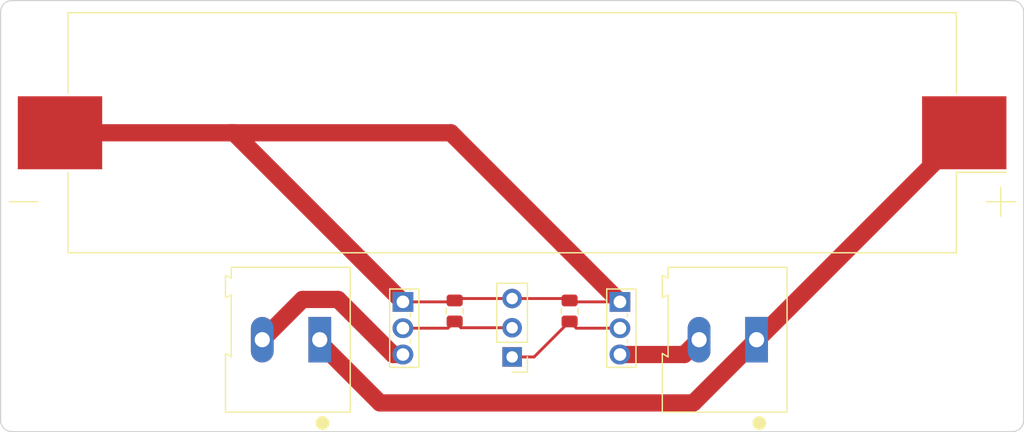
<source format=kicad_pcb>
(kicad_pcb (version 20221018) (generator pcbnew)
  (layers (0 "F.Cu" signal) (31 "B.Cu" signal) (34 "B.Paste" user) (35 "F.Paste" user) (36 "B.SilkS" user "B.Silkscreen") (37 "F.SilkS" user "F.Silkscreen") (38 "B.Mask" user) (39 "F.Mask" user) (44 "Edge.Cuts" user))
  (net 0 "")
  (net 1 "/BAT_VCC")
  (net 2 "/BAT_GND")
  (net 3 "/SW1_VCC")
  (net 4 "/SW2_VCC")
  (net 5 "/TRG1")
  (net 6 "/TRG2")
  (footprint "Package_TO_SOT_THT:TO-251-3_Vertical" (layer "F.Cu") (at 151.88 95.71 -90)
    (fp_text reference "Q1" hide)
    (fp_text value "IRFU3802" hide)
    (fp_line (start -1.12 -1.39) (end -1.12 1.15) (stroke (width 0.12)) (layer "F.SilkS"))
    (fp_line (start -1.12 -1.39) (end 5.7 -1.39) (stroke (width 0.12)) (layer "F.SilkS"))
    (fp_line (start -1.12 -0.651) (end -1.009 -0.651) (stroke (width 0.12)) (layer "F.SilkS"))
    (fp_line (start -1.12 1.15) (end 5.7 1.15) (stroke (width 0.12)) (layer "F.SilkS"))
    (fp_line (start 1.009 -0.651) (end 1.282 -0.651) (stroke (width 0.12)) (layer "F.SilkS"))
    (fp_line (start 3.299 -0.651) (end 3.572 -0.651) (stroke (width 0.12)) (layer "F.SilkS"))
    (fp_line (start 5.589 -0.651) (end 5.7 -0.651) (stroke (width 0.12)) (layer "F.SilkS"))
    (fp_line (start 5.7 -1.39) (end 5.7 1.15) (stroke (width 0.12)) (layer "F.SilkS"))
    (pad "1" thru_hole rect (at 0 0 270) (size 1.7175 1.8) (drill 1.1) (layers "*.Cu" "*.Mask") (net 2 "/BAT_GND"))
    (pad "2" thru_hole oval (at 2.29 0 270) (size 1.7175 1.8) (drill 1.1) (layers "*.Cu" "*.Mask") (net 5 "/TRG1"))
    (pad "3" thru_hole oval (at 4.58 0 270) (size 1.7175 1.8) (drill 1.1) (layers "*.Cu" "*.Mask") (net 3 "/SW1_VCC"))
  )
  (footprint "TerminalBlock:TerminalBlock_Altech_AK300-2_P5.00mm" (layer "F.Cu") (at 163.765 99 180)
    (fp_text reference "J2" hide)
    (fp_text value "Screw_Terminal_01x02" hide)
    (fp_line (start -2.65 -6.3) (end -2.65 6.3) (stroke (width 0.12)) (layer "F.SilkS"))
    (fp_line (start -2.65 6.3) (end 7.7 6.3) (stroke (width 0.12)) (layer "F.SilkS"))
    (fp_line (start 7.7 -1.5) (end 8.2 -1.2) (stroke (width 0.12)) (layer "F.SilkS"))
    (fp_line (start 7.7 3.9) (end 7.7 -1.5) (stroke (width 0.12)) (layer "F.SilkS"))
    (fp_line (start 7.7 5.35) (end 8.2 5.6) (stroke (width 0.12)) (layer "F.SilkS"))
    (fp_line (start 7.7 6.3) (end 7.7 5.35) (stroke (width 0.12)) (layer "F.SilkS"))
    (fp_line (start 8.2 -6.3) (end -2.65 -6.3) (stroke (width 0.12)) (layer "F.SilkS"))
    (fp_line (start 8.2 -1.2) (end 8.2 -6.3) (stroke (width 0.12)) (layer "F.SilkS"))
    (fp_line (start 8.2 3.65) (end 7.7 3.9) (stroke (width 0.12)) (layer "F.SilkS"))
    (fp_line (start 8.2 3.7) (end 8.2 3.65) (stroke (width 0.12)) (layer "F.SilkS"))
    (fp_line (start 8.2 5.6) (end 8.2 3.7) (stroke (width 0.12)) (layer "F.SilkS"))
    (pad "1" thru_hole rect (at 0 0 180) (size 1.98 3.96) (drill 1.32) (layers "*.Cu" "*.Mask") (net 1 "/BAT_VCC"))
    (pad "2" thru_hole oval (at 5 0 180) (size 1.98 3.96) (drill 1.32) (layers "*.Cu" "*.Mask") (net 3 "/SW1_VCC"))
  )
  (footprint "Battery:BatteryHolder_Keystone_1042_1x18650" (layer "F.Cu") (at 142.5 81 180)
    (fp_text reference "BT1" hide)
    (fp_text value "3.7V")
    (fp_line (start -43.75 -6) (end -41.25 -6) (stroke (width 0.12)) (layer "F.SilkS"))
    (fp_line (start -42.5 -4.75) (end -42.5 -7.25) (stroke (width 0.12)) (layer "F.SilkS"))
    (fp_line (start -38.64 -10.44) (end -38.64 -3.44) (stroke (width 0.12)) (layer "F.SilkS"))
    (fp_line (start -38.64 -3.44) (end -43 -3.44) (stroke (width 0.12)) (layer "F.SilkS"))
    (fp_line (start -38.64 10.44) (end -38.64 3.44) (stroke (width 0.12)) (layer "F.SilkS"))
    (fp_line (start 38.64 -10.44) (end -38.64 -10.44) (stroke (width 0.12)) (layer "F.SilkS"))
    (fp_line (start 38.64 -3.44) (end 38.64 -10.42) (stroke (width 0.12)) (layer "F.SilkS"))
    (fp_line (start 38.64 3.44) (end 38.64 10.44) (stroke (width 0.12)) (layer "F.SilkS"))
    (fp_line (start 38.64 10.44) (end -38.64 10.44) (stroke (width 0.12)) (layer "F.SilkS"))
    (fp_line (start 43.75 -6) (end 41.25 -6) (stroke (width 0.12)) (layer "F.SilkS"))
    (pad "" np_thru_hole circle (at -35.93 -8 180) (size 2.39 2.39) (drill 2.39) (layers "*.Cu" "*.Mask"))
    (pad "" np_thru_hole circle (at -27.6 8 180) (size 3.45 3.45) (drill 3.45) (layers "*.Cu" "*.Mask"))
    (pad "" np_thru_hole circle (at 27.6 -8 180) (size 3.45 3.45) (drill 3.45) (layers "*.Cu" "*.Mask"))
    (pad "1" smd rect (at -39.33 0 180) (size 7.34 6.35) (layers "F.Cu" "F.Paste" "F.Mask") (net 1 "/BAT_VCC"))
    (pad "2" smd rect (at 39.33 0 180) (size 7.34 6.35) (layers "F.Cu" "F.Paste" "F.Mask") (net 2 "/BAT_GND"))
  )
  (footprint "Package_TO_SOT_THT:TO-251-3_Vertical" (layer "F.Cu") (at 133 95.71 -90)
    (fp_text reference "Q2" hide)
    (fp_text value "IRFU3802" hide)
    (fp_line (start -1.12 -1.39) (end -1.12 1.15) (stroke (width 0.12)) (layer "F.SilkS"))
    (fp_line (start -1.12 -1.39) (end 5.7 -1.39) (stroke (width 0.12)) (layer "F.SilkS"))
    (fp_line (start -1.12 -0.651) (end -1.009 -0.651) (stroke (width 0.12)) (layer "F.SilkS"))
    (fp_line (start -1.12 1.15) (end 5.7 1.15) (stroke (width 0.12)) (layer "F.SilkS"))
    (fp_line (start 1.009 -0.651) (end 1.282 -0.651) (stroke (width 0.12)) (layer "F.SilkS"))
    (fp_line (start 3.299 -0.651) (end 3.572 -0.651) (stroke (width 0.12)) (layer "F.SilkS"))
    (fp_line (start 5.589 -0.651) (end 5.7 -0.651) (stroke (width 0.12)) (layer "F.SilkS"))
    (fp_line (start 5.7 -1.39) (end 5.7 1.15) (stroke (width 0.12)) (layer "F.SilkS"))
    (pad "1" thru_hole rect (at 0 0 270) (size 1.7175 1.8) (drill 1.1) (layers "*.Cu" "*.Mask") (net 2 "/BAT_GND"))
    (pad "2" thru_hole oval (at 2.29 0 270) (size 1.7175 1.8) (drill 1.1) (layers "*.Cu" "*.Mask") (net 6 "/TRG2"))
    (pad "3" thru_hole oval (at 4.58 0 270) (size 1.7175 1.8) (drill 1.1) (layers "*.Cu" "*.Mask") (net 4 "/SW2_VCC"))
  )
  (footprint "Resistor_SMD:R_0805_2012Metric" (layer "F.Cu") (at 147.5 96.5 -90)
    (fp_text reference "R2" hide)
    (fp_text value "10k")
    (fp_line (start -0.227064 -0.735) (end 0.227064 -0.735) (stroke (width 0.12)) (layer "F.SilkS"))
    (fp_line (start -0.227064 0.735) (end 0.227064 0.735) (stroke (width 0.12)) (layer "F.SilkS"))
    (pad "1" smd roundrect (at -0.9125 0 270) (size 1.025 1.4) (layers "F.Cu" "F.Paste" "F.Mask") (roundrect_rratio 0.243902) (net 2 "/BAT_GND"))
    (pad "2" smd roundrect (at 0.9125 0 270) (size 1.025 1.4) (layers "F.Cu" "F.Paste" "F.Mask") (roundrect_rratio 0.243902) (net 5 "/TRG1"))
  )
  (footprint "Resistor_SMD:R_0805_2012Metric" (layer "F.Cu") (at 137.5 96.5 -90)
    (fp_text reference "R1" hide)
    (fp_text value "10k")
    (fp_line (start -0.227064 -0.735) (end 0.227064 -0.735) (stroke (width 0.12)) (layer "F.SilkS"))
    (fp_line (start -0.227064 0.735) (end 0.227064 0.735) (stroke (width 0.12)) (layer "F.SilkS"))
    (pad "1" smd roundrect (at -0.9125 0 270) (size 1.025 1.4) (layers "F.Cu" "F.Paste" "F.Mask") (roundrect_rratio 0.243902) (net 2 "/BAT_GND"))
    (pad "2" smd roundrect (at 0.9125 0 270) (size 1.025 1.4) (layers "F.Cu" "F.Paste" "F.Mask") (roundrect_rratio 0.243902) (net 6 "/TRG2"))
  )
  (footprint "TerminalBlock:TerminalBlock_Altech_AK300-2_P5.00mm" (layer "F.Cu") (at 125.765 99 180)
    (fp_text reference "J3" hide)
    (fp_text value "Screw_Terminal_01x02" hide)
    (fp_line (start -2.65 -6.3) (end -2.65 6.3) (stroke (width 0.12)) (layer "F.SilkS"))
    (fp_line (start -2.65 6.3) (end 7.7 6.3) (stroke (width 0.12)) (layer "F.SilkS"))
    (fp_line (start 7.7 -1.5) (end 8.2 -1.2) (stroke (width 0.12)) (layer "F.SilkS"))
    (fp_line (start 7.7 3.9) (end 7.7 -1.5) (stroke (width 0.12)) (layer "F.SilkS"))
    (fp_line (start 7.7 5.35) (end 8.2 5.6) (stroke (width 0.12)) (layer "F.SilkS"))
    (fp_line (start 7.7 6.3) (end 7.7 5.35) (stroke (width 0.12)) (layer "F.SilkS"))
    (fp_line (start 8.2 -6.3) (end -2.65 -6.3) (stroke (width 0.12)) (layer "F.SilkS"))
    (fp_line (start 8.2 -1.2) (end 8.2 -6.3) (stroke (width 0.12)) (layer "F.SilkS"))
    (fp_line (start 8.2 3.65) (end 7.7 3.9) (stroke (width 0.12)) (layer "F.SilkS"))
    (fp_line (start 8.2 3.7) (end 8.2 3.65) (stroke (width 0.12)) (layer "F.SilkS"))
    (fp_line (start 8.2 5.6) (end 8.2 3.7) (stroke (width 0.12)) (layer "F.SilkS"))
    (pad "1" thru_hole rect (at 0 0 180) (size 1.98 3.96) (drill 1.32) (layers "*.Cu" "*.Mask") (net 1 "/BAT_VCC"))
    (pad "2" thru_hole oval (at 5 0 180) (size 1.98 3.96) (drill 1.32) (layers "*.Cu" "*.Mask") (net 4 "/SW2_VCC"))
  )
  (footprint "Connector_PinHeader_2.54mm:PinHeader_1x03_P2.54mm_Vertical" (layer "F.Cu") (at 142.5 100.5 180)
    (fp_text reference "J1" hide)
    (fp_text value "Conn_01x03_Pin" hide)
    (fp_line (start -1.33 -1.33) (end 0 -1.33) (stroke (width 0.12)) (layer "F.SilkS"))
    (fp_line (start -1.33 0) (end -1.33 -1.33) (stroke (width 0.12)) (layer "F.SilkS"))
    (fp_line (start -1.33 1.27) (end -1.33 6.41) (stroke (width 0.12)) (layer "F.SilkS"))
    (fp_line (start -1.33 1.27) (end 1.33 1.27) (stroke (width 0.12)) (layer "F.SilkS"))
    (fp_line (start -1.33 6.41) (end 1.33 6.41) (stroke (width 0.12)) (layer "F.SilkS"))
    (fp_line (start 1.33 1.27) (end 1.33 6.41) (stroke (width 0.12)) (layer "F.SilkS"))
    (pad "1" thru_hole rect (at 0 0 180) (size 1.7 1.7) (drill 1) (layers "*.Cu" "*.Mask") (net 5 "/TRG1"))
    (pad "2" thru_hole oval (at 0 2.54 180) (size 1.7 1.7) (drill 1) (layers "*.Cu" "*.Mask") (net 6 "/TRG2"))
    (pad "3" thru_hole oval (at 0 5.08 180) (size 1.7 1.7) (drill 1) (layers "*.Cu" "*.Mask") (net 2 "/BAT_GND"))
  )
  (gr_circle (center 164 106.25) (end 164.5 106.25) (stroke (width 0.2)) (fill solid) (layer "F.SilkS"))
  (gr_circle (center 126 106.25) (end 126.5 106.25) (stroke (width 0.2)) (fill solid) (layer "F.SilkS"))
  (gr_line (start 99 69.5) (end 186 69.5) (stroke (width 0.1)) (layer "Edge.Cuts"))
  (gr_line (start 187 70.5) (end 187 106) (stroke (width 0.1)) (layer "Edge.Cuts"))
  (gr_arc (start 186 69.5) (mid 186.707107 69.792893) (end 187 70.5) (stroke (width 0.1)) (layer "Edge.Cuts"))
  (gr_arc (start 98 70.5) (mid 98.292893 69.792893) (end 99 69.5) (stroke (width 0.1)) (layer "Edge.Cuts"))
  (gr_arc (start 99 107) (mid 98.292893 106.707107) (end 98 106) (stroke (width 0.1)) (layer "Edge.Cuts"))
  (gr_line (start 99 107) (end 186 107) (stroke (width 0.1)) (layer "Edge.Cuts"))
  (gr_line (start 98 106) (end 98 70.5) (stroke (width 0.1)) (layer "Edge.Cuts"))
  (gr_arc (start 187 106) (mid 186.707107 106.707107) (end 186 107) (stroke (width 0.1)) (layer "Edge.Cuts"))
  (segment (start 131 104.5) (end 125.765 99.265) (width 1.5) (layer "F.Cu") (net 1))
  (segment (start 163.83 99) (end 181.83 81) (width 1.5) (layer "F.Cu") (net 1))
  (segment (start 158.265 104.5) (end 131 104.5) (width 1.5) (layer "F.Cu") (net 1))
  (segment (start 179.265 80.5) (end 181.73 80.5) (width 1.5) (layer "F.Cu") (net 1))
  (segment (start 125.765 99.265) (end 125.765 99) (width 1.5) (layer "F.Cu") (net 1))
  (segment (start 163.765 99) (end 163.83 99) (width 0.25) (layer "F.Cu") (net 1))
  (segment (start 163.765 99) (end 158.265 104.5) (width 1.5) (layer "F.Cu") (net 1))
  (segment (start 147.5 95.5875) (end 147.6225 95.71) (width 0.25) (layer "F.Cu") (net 2))
  (segment (start 137.3775 95.71) (end 133 95.71) (width 0.25) (layer "F.Cu") (net 2))
  (segment (start 151.88 95.71) (end 137.5 81.33) (width 1.5) (layer "F.Cu") (net 2))
  (segment (start 118.29 81) (end 118 81) (width 0.25) (layer "F.Cu") (net 2))
  (segment (start 137.5 95.5875) (end 137.6675 95.42) (width 0.25) (layer "F.Cu") (net 2))
  (segment (start 137.5 95.5875) (end 137.3775 95.71) (width 0.25) (layer "F.Cu") (net 2))
  (segment (start 137.5 81.33) (end 137.17 81) (width 1.5) (layer "F.Cu") (net 2))
  (segment (start 137.17 81) (end 118 81) (width 1.5) (layer "F.Cu") (net 2))
  (segment (start 147.3325 95.42) (end 142.5 95.42) (width 0.25) (layer "F.Cu") (net 2))
  (segment (start 137.6675 95.42) (end 142.5 95.42) (width 0.25) (layer "F.Cu") (net 2))
  (segment (start 147.5 95.5875) (end 147.3325 95.42) (width 0.25) (layer "F.Cu") (net 2))
  (segment (start 133 95.71) (end 118.29 81) (width 1.5) (layer "F.Cu") (net 2))
  (segment (start 147.6225 95.71) (end 151.88 95.71) (width 0.25) (layer "F.Cu") (net 2))
  (segment (start 118 81) (end 103.17 81) (width 1.5) (layer "F.Cu") (net 2))
  (segment (start 151.88 100.29) (end 157.475 100.29) (width 1.5) (layer "F.Cu") (net 3))
  (segment (start 157.475 100.29) (end 158.765 99) (width 1.5) (layer "F.Cu") (net 3))
  (segment (start 132.145 100.29) (end 127.355 95.5) (width 1.5) (layer "F.Cu") (net 4))
  (segment (start 124.265 95.5) (end 120.765 99) (width 1.5) (layer "F.Cu") (net 4))
  (segment (start 127.355 95.5) (end 124.265 95.5) (width 1.5) (layer "F.Cu") (net 4))
  (segment (start 133 100.29) (end 132.145 100.29) (width 1.5) (layer "F.Cu") (net 4))
  (segment (start 142.5 100.5) (end 144.4125 100.5) (width 0.25) (layer "F.Cu") (net 5))
  (segment (start 147.5 97.4125) (end 148.0875 98) (width 0.25) (layer "F.Cu") (net 5))
  (segment (start 144.4125 100.5) (end 147.5 97.4125) (width 0.25) (layer "F.Cu") (net 5))
  (segment (start 148.0875 98) (end 151.88 98) (width 0.25) (layer "F.Cu") (net 5))
  (segment (start 142.5 97.96) (end 138.0475 97.96) (width 0.25) (layer "F.Cu") (net 6))
  (segment (start 137.5 97.4125) (end 136.9125 98) (width 0.25) (layer "F.Cu") (net 6))
  (segment (start 138.0475 97.96) (end 137.5 97.4125) (width 0.25) (layer "F.Cu") (net 6))
  (segment (start 136.9125 98) (end 133 98) (width 0.25) (layer "F.Cu") (net 6))
)
</source>
